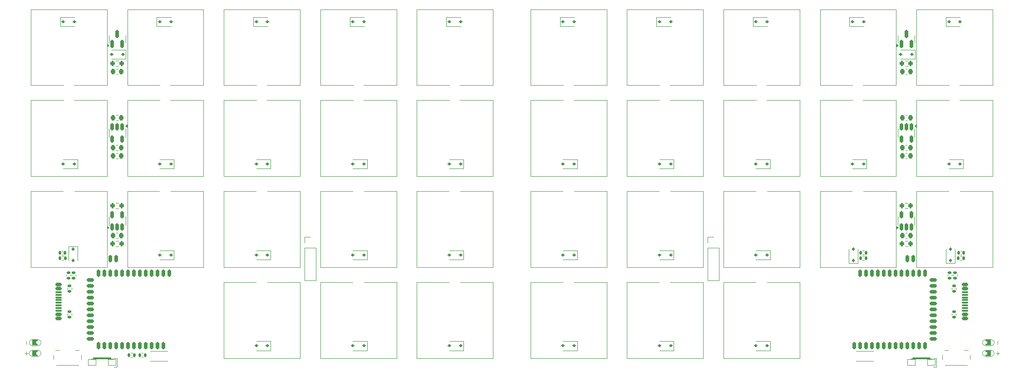
<source format=gbr>
%TF.GenerationSoftware,KiCad,Pcbnew,8.0.1*%
%TF.CreationDate,2024-03-30T18:05:25+05:00*%
%TF.ProjectId,pcb,7063622e-6b69-4636-9164-5f7063625858,rev?*%
%TF.SameCoordinates,Original*%
%TF.FileFunction,Legend,Top*%
%TF.FilePolarity,Positive*%
%FSLAX46Y46*%
G04 Gerber Fmt 4.6, Leading zero omitted, Abs format (unit mm)*
G04 Created by KiCad (PCBNEW 8.0.1) date 2024-03-30 18:05:25*
%MOMM*%
%LPD*%
G01*
G04 APERTURE LIST*
G04 Aperture macros list*
%AMRoundRect*
0 Rectangle with rounded corners*
0 $1 Rounding radius*
0 $2 $3 $4 $5 $6 $7 $8 $9 X,Y pos of 4 corners*
0 Add a 4 corners polygon primitive as box body*
4,1,4,$2,$3,$4,$5,$6,$7,$8,$9,$2,$3,0*
0 Add four circle primitives for the rounded corners*
1,1,$1+$1,$2,$3*
1,1,$1+$1,$4,$5*
1,1,$1+$1,$6,$7*
1,1,$1+$1,$8,$9*
0 Add four rect primitives between the rounded corners*
20,1,$1+$1,$2,$3,$4,$5,0*
20,1,$1+$1,$4,$5,$6,$7,0*
20,1,$1+$1,$6,$7,$8,$9,0*
20,1,$1+$1,$8,$9,$2,$3,0*%
G04 Aperture macros list end*
%ADD10C,0.125000*%
%ADD11C,0.120000*%
%ADD12C,0.100000*%
%ADD13C,0.300000*%
%ADD14C,1.900000*%
%ADD15C,3.050000*%
%ADD16C,3.450000*%
%ADD17RoundRect,0.200000X0.200000X0.275000X-0.200000X0.275000X-0.200000X-0.275000X0.200000X-0.275000X0*%
%ADD18RoundRect,0.112500X-0.187500X-0.112500X0.187500X-0.112500X0.187500X0.112500X-0.187500X0.112500X0*%
%ADD19RoundRect,0.225000X0.225000X0.250000X-0.225000X0.250000X-0.225000X-0.250000X0.225000X-0.250000X0*%
%ADD20RoundRect,0.135000X0.185000X-0.135000X0.185000X0.135000X-0.185000X0.135000X-0.185000X-0.135000X0*%
%ADD21RoundRect,0.112500X0.187500X0.112500X-0.187500X0.112500X-0.187500X-0.112500X0.187500X-0.112500X0*%
%ADD22O,2.219000X1.000000*%
%ADD23RoundRect,0.150000X-0.425000X0.150000X-0.425000X-0.150000X0.425000X-0.150000X0.425000X0.150000X0*%
%ADD24RoundRect,0.075000X-0.500000X0.075000X-0.500000X-0.075000X0.500000X-0.075000X0.500000X0.075000X0*%
%ADD25O,1.762000X1.000000*%
%ADD26C,0.800000*%
%ADD27RoundRect,0.150000X0.150000X-0.512500X0.150000X0.512500X-0.150000X0.512500X-0.150000X-0.512500X0*%
%ADD28RoundRect,0.135000X-0.185000X0.135000X-0.185000X-0.135000X0.185000X-0.135000X0.185000X0.135000X0*%
%ADD29R,1.350000X1.350000*%
%ADD30O,1.350000X1.350000*%
%ADD31RoundRect,0.135000X-0.135000X-0.185000X0.135000X-0.185000X0.135000X0.185000X-0.135000X0.185000X0*%
%ADD32RoundRect,0.150000X0.150000X-0.587500X0.150000X0.587500X-0.150000X0.587500X-0.150000X-0.587500X0*%
%ADD33RoundRect,0.175000X-0.175000X0.500000X-0.175000X-0.500000X0.175000X-0.500000X0.175000X0.500000X0*%
%ADD34RoundRect,0.175000X-0.500000X-0.175000X0.500000X-0.175000X0.500000X0.175000X-0.500000X0.175000X0*%
%ADD35RoundRect,0.175000X0.175000X-0.500000X0.175000X0.500000X-0.175000X0.500000X-0.175000X-0.500000X0*%
%ADD36R,0.800000X0.700000*%
%ADD37RoundRect,0.200000X-0.200000X-0.275000X0.200000X-0.275000X0.200000X0.275000X-0.200000X0.275000X0*%
%ADD38RoundRect,0.140000X0.140000X0.170000X-0.140000X0.170000X-0.140000X-0.170000X0.140000X-0.170000X0*%
%ADD39RoundRect,0.150000X0.425000X-0.150000X0.425000X0.150000X-0.425000X0.150000X-0.425000X-0.150000X0*%
%ADD40RoundRect,0.075000X0.500000X-0.075000X0.500000X0.075000X-0.500000X0.075000X-0.500000X-0.075000X0*%
%ADD41RoundRect,0.175000X0.500000X0.175000X-0.500000X0.175000X-0.500000X-0.175000X0.500000X-0.175000X0*%
%ADD42RoundRect,0.112500X-0.112500X0.187500X-0.112500X-0.187500X0.112500X-0.187500X0.112500X0.187500X0*%
%ADD43RoundRect,0.135000X0.135000X0.185000X-0.135000X0.185000X-0.135000X-0.185000X0.135000X-0.185000X0*%
%ADD44C,0.600000*%
%ADD45RoundRect,0.500000X0.500000X-0.000010X0.500000X0.000010X-0.500000X0.000010X-0.500000X-0.000010X0*%
%ADD46RoundRect,0.060000X0.740000X0.540000X-0.740000X0.540000X-0.740000X-0.540000X0.740000X-0.540000X0*%
%ADD47RoundRect,0.500000X-0.500000X0.000010X-0.500000X-0.000010X0.500000X-0.000010X0.500000X0.000010X0*%
%ADD48RoundRect,0.150000X-0.150000X0.512500X-0.150000X-0.512500X0.150000X-0.512500X0.150000X0.512500X0*%
%ADD49R,1.000000X0.800000*%
%ADD50C,0.900000*%
%ADD51R,0.700000X1.500000*%
%ADD52RoundRect,0.140000X-0.140000X-0.170000X0.140000X-0.170000X0.140000X0.170000X-0.140000X0.170000X0*%
%ADD53RoundRect,0.112500X0.112500X-0.187500X0.112500X0.187500X-0.112500X0.187500X-0.112500X-0.187500X0*%
G04 APERTURE END LIST*
D10*
X42058833Y-107504761D02*
X42058833Y-106895238D01*
X42363595Y-107199999D02*
X41754071Y-107199999D01*
X223258833Y-107504761D02*
X223258833Y-106895238D01*
X223563595Y-107199999D02*
X222954071Y-107199999D01*
X223258833Y-105504761D02*
X223258833Y-104895238D01*
X42058833Y-105504761D02*
X42058833Y-104895238D01*
D11*
%TO.C,SW26*%
X190100000Y-76900000D02*
X190100000Y-91100000D01*
X190100000Y-91100000D02*
X204300000Y-91100000D01*
X204300000Y-76900000D02*
X190100000Y-76900000D01*
X204300000Y-91100000D02*
X204300000Y-76900000D01*
%TO.C,SW2*%
X42900000Y-59900000D02*
X42900000Y-74100000D01*
X42900000Y-74100000D02*
X57100000Y-74100000D01*
X57100000Y-59900000D02*
X42900000Y-59900000D01*
X57100000Y-74100000D02*
X57100000Y-59900000D01*
%TO.C,SW10*%
X78900000Y-93900000D02*
X78900000Y-108100000D01*
X78900000Y-108100000D02*
X93100000Y-108100000D01*
X93100000Y-93900000D02*
X78900000Y-93900000D01*
X93100000Y-108100000D02*
X93100000Y-93900000D01*
%TO.C,SW14*%
X96900000Y-93900000D02*
X96900000Y-108100000D01*
X96900000Y-108100000D02*
X111100000Y-108100000D01*
X111100000Y-93900000D02*
X96900000Y-93900000D01*
X111100000Y-108100000D02*
X111100000Y-93900000D01*
%TO.C,R16*%
X206437258Y-52515000D02*
X205962742Y-52515000D01*
X206437258Y-53560000D02*
X205962742Y-53560000D01*
%TO.C,D24*%
X195589998Y-44350000D02*
X195589998Y-46050000D01*
X195589998Y-44350000D02*
X198249998Y-44350000D01*
X195589998Y-46050000D02*
X198249998Y-46050000D01*
%TO.C,C6*%
X59140580Y-84690000D02*
X58859420Y-84690000D01*
X59140580Y-85710000D02*
X58859420Y-85710000D01*
%TO.C,SW36*%
X136100000Y-59900000D02*
X136100000Y-74100000D01*
X136100000Y-74100000D02*
X150300000Y-74100000D01*
X150300000Y-59900000D02*
X136100000Y-59900000D01*
X150300000Y-74100000D02*
X150300000Y-59900000D01*
%TO.C,R14*%
X213920000Y-92753641D02*
X213920000Y-92446359D01*
X214680000Y-92753641D02*
X214680000Y-92446359D01*
%TO.C,SW15*%
X114900000Y-42900000D02*
X114900000Y-57100000D01*
X114900000Y-57100000D02*
X129100000Y-57100000D01*
X129100000Y-42900000D02*
X114900000Y-42900000D01*
X129100000Y-57100000D02*
X129100000Y-42900000D01*
%TO.C,D2*%
X51610000Y-70950000D02*
X48950000Y-70950000D01*
X51610000Y-72650000D02*
X48950000Y-72650000D01*
X51610000Y-72650000D02*
X51610000Y-70950000D01*
%TO.C,D30*%
X180810000Y-104950000D02*
X178150000Y-104950000D01*
X180810000Y-106650000D02*
X178150000Y-106650000D01*
X180810000Y-106650000D02*
X180810000Y-104950000D01*
%TO.C,SW9*%
X78900000Y-76900000D02*
X78900000Y-91100000D01*
X78900000Y-91100000D02*
X93100000Y-91100000D01*
X93100000Y-76900000D02*
X78900000Y-76900000D01*
X93100000Y-91100000D02*
X93100000Y-76900000D01*
%TO.C,U6*%
X204640000Y-82400000D02*
X204640000Y-81600000D01*
X204640000Y-82400000D02*
X204640000Y-83200000D01*
X207760000Y-82400000D02*
X207760000Y-81600000D01*
X207760000Y-82400000D02*
X207760000Y-83200000D01*
X204690000Y-83700000D02*
X204360000Y-83940000D01*
X204360000Y-83460000D01*
X204690000Y-83700000D01*
G36*
X204690000Y-83700000D02*
G01*
X204360000Y-83940000D01*
X204360000Y-83460000D01*
X204690000Y-83700000D01*
G37*
%TO.C,D31*%
X159589998Y-44350000D02*
X159589998Y-46050000D01*
X159589998Y-44350000D02*
X162249998Y-44350000D01*
X159589998Y-46050000D02*
X162249998Y-46050000D01*
%TO.C,D14*%
X105610000Y-104950000D02*
X102950000Y-104950000D01*
X105610000Y-106650000D02*
X102950000Y-106650000D01*
X105610000Y-106650000D02*
X105610000Y-104950000D01*
%TO.C,D11*%
X102390000Y-44350000D02*
X102390000Y-46050000D01*
X102390000Y-44350000D02*
X105050000Y-44350000D01*
X102390000Y-46050000D02*
X105050000Y-46050000D01*
%TO.C,C4*%
X59140580Y-68290000D02*
X58859420Y-68290000D01*
X59140580Y-69310000D02*
X58859420Y-69310000D01*
%TO.C,R3*%
X49720000Y-100053641D02*
X49720000Y-99746359D01*
X50480000Y-100053641D02*
X50480000Y-99746359D01*
%TO.C,R13*%
X214720000Y-94946359D02*
X214720000Y-95253641D01*
X215480000Y-94946359D02*
X215480000Y-95253641D01*
%TO.C,D22*%
X216810000Y-70950000D02*
X214150000Y-70950000D01*
X216810000Y-72650000D02*
X214150000Y-72650000D01*
X216810000Y-72650000D02*
X216810000Y-70950000D01*
%TO.C,SW27*%
X172099998Y-42900000D02*
X172099998Y-57100000D01*
X172099998Y-57100000D02*
X186299998Y-57100000D01*
X186299998Y-42900000D02*
X172099998Y-42900000D01*
X186299998Y-57100000D02*
X186299998Y-42900000D01*
%TO.C,SW18*%
X114900000Y-93900000D02*
X114900000Y-108100000D01*
X114900000Y-108100000D02*
X129100000Y-108100000D01*
X129100000Y-93900000D02*
X114900000Y-93900000D01*
X129100000Y-108100000D02*
X129100000Y-93900000D01*
%TO.C,R5*%
X50520000Y-92446359D02*
X50520000Y-92753641D01*
X51280000Y-92446359D02*
X51280000Y-92753641D01*
%TO.C,SW38*%
X136100000Y-93900000D02*
X136100000Y-108100000D01*
X136100000Y-108100000D02*
X150300000Y-108100000D01*
X150300000Y-93900000D02*
X136100000Y-93900000D01*
X150300000Y-108100000D02*
X150300000Y-93900000D01*
%TO.C,J2*%
X93940000Y-85440000D02*
X95000000Y-85440000D01*
X93940000Y-86500000D02*
X93940000Y-85440000D01*
X93940000Y-87500000D02*
X93940000Y-93560000D01*
X93940000Y-87500000D02*
X96060000Y-87500000D01*
X93940000Y-93560000D02*
X96060000Y-93560000D01*
X96060000Y-87500000D02*
X96060000Y-93560000D01*
%TO.C,R4*%
X49520000Y-92753641D02*
X49520000Y-92446359D01*
X50280000Y-92753641D02*
X50280000Y-92446359D01*
%TO.C,SW17*%
X114900000Y-76900000D02*
X114900000Y-91100000D01*
X114900000Y-91100000D02*
X129100000Y-91100000D01*
X129100000Y-76900000D02*
X114900000Y-76900000D01*
X129100000Y-91100000D02*
X129100000Y-76900000D01*
%TO.C,R10*%
X61546359Y-107120000D02*
X61853641Y-107120000D01*
X61546359Y-107880000D02*
X61853641Y-107880000D01*
%TO.C,C3*%
X59140580Y-62690000D02*
X58859420Y-62690000D01*
X59140580Y-63710000D02*
X58859420Y-63710000D01*
%TO.C,Q2*%
X204640000Y-48437500D02*
X204640000Y-47787500D01*
X204640000Y-48437500D02*
X204640000Y-49087500D01*
X207760000Y-48437500D02*
X207760000Y-47787500D01*
X207760000Y-48437500D02*
X207760000Y-49087500D01*
X204690000Y-49600000D02*
X204360000Y-49840000D01*
X204360000Y-49360000D01*
X204690000Y-49600000D01*
G36*
X204690000Y-49600000D02*
G01*
X204360000Y-49840000D01*
X204360000Y-49360000D01*
X204690000Y-49600000D01*
G37*
%TO.C,SW4*%
X60900000Y-42900000D02*
X60900000Y-57100000D01*
X60900000Y-57100000D02*
X75100000Y-57100000D01*
X75100000Y-42900000D02*
X60900000Y-42900000D01*
X75100000Y-57100000D02*
X75100000Y-42900000D01*
%TO.C,D13*%
X105610000Y-87950000D02*
X102950000Y-87950000D01*
X105610000Y-89650000D02*
X102950000Y-89650000D01*
X105610000Y-89650000D02*
X105610000Y-87950000D01*
%TO.C,D38*%
X144810000Y-104950000D02*
X142150000Y-104950000D01*
X144810000Y-106650000D02*
X142150000Y-106650000D01*
X144810000Y-106650000D02*
X144810000Y-104950000D01*
%TO.C,SW7*%
X78900000Y-42900000D02*
X78900000Y-57100000D01*
X78900000Y-57100000D02*
X93100000Y-57100000D01*
X93100000Y-42900000D02*
X78900000Y-42900000D01*
X93100000Y-57100000D02*
X93100000Y-42900000D01*
%TO.C,SW20*%
X65200000Y-108600000D02*
X68400000Y-108600000D01*
X68400000Y-106800000D02*
X65200000Y-106800000D01*
%TO.C,D25*%
X198810000Y-70950000D02*
X196150000Y-70950000D01*
X198810000Y-72650000D02*
X196150000Y-72650000D01*
X198810000Y-72650000D02*
X198810000Y-70950000D01*
%TO.C,C11*%
X206340580Y-69790000D02*
X206059420Y-69790000D01*
X206340580Y-70810000D02*
X206059420Y-70810000D01*
%TO.C,SW23*%
X208100000Y-76900000D02*
X208100000Y-91100000D01*
X208100000Y-91100000D02*
X222300000Y-91100000D01*
X222300000Y-76900000D02*
X208100000Y-76900000D01*
X222300000Y-91100000D02*
X222300000Y-76900000D01*
%TO.C,D9*%
X87610000Y-87950000D02*
X84950000Y-87950000D01*
X87610000Y-89650000D02*
X84950000Y-89650000D01*
X87610000Y-89650000D02*
X87610000Y-87950000D01*
%TO.C,D7*%
X84390000Y-44350000D02*
X84390000Y-46050000D01*
X84390000Y-44350000D02*
X87050000Y-44350000D01*
X84390000Y-46050000D02*
X87050000Y-46050000D01*
%TO.C,SW16*%
X114900000Y-59900000D02*
X114900000Y-74100000D01*
X114900000Y-74100000D02*
X129100000Y-74100000D01*
X129100000Y-59900000D02*
X114900000Y-59900000D01*
X129100000Y-74100000D02*
X129100000Y-59900000D01*
%TO.C,D27*%
X177589998Y-44350000D02*
X177589998Y-46050000D01*
X177589998Y-44350000D02*
X180249998Y-44350000D01*
X177589998Y-46050000D02*
X180249998Y-46050000D01*
%TO.C,D6*%
X69610000Y-87950000D02*
X66950000Y-87950000D01*
X69610000Y-89650000D02*
X66950000Y-89650000D01*
X69610000Y-89650000D02*
X69610000Y-87950000D01*
%TO.C,C2*%
X59140580Y-54027500D02*
X58859420Y-54027500D01*
X59140580Y-55047500D02*
X58859420Y-55047500D01*
%TO.C,SW12*%
X96900000Y-59900000D02*
X96900000Y-74100000D01*
X96900000Y-74100000D02*
X111100000Y-74100000D01*
X111100000Y-59900000D02*
X96900000Y-59900000D01*
X111100000Y-74100000D02*
X111100000Y-59900000D01*
%TO.C,SW34*%
X154100000Y-93900000D02*
X154100000Y-108100000D01*
X154100000Y-108100000D02*
X168300000Y-108100000D01*
X168300000Y-93900000D02*
X154100000Y-93900000D01*
X168300000Y-108100000D02*
X168300000Y-93900000D01*
%TO.C,SW35*%
X136099998Y-42900000D02*
X136099998Y-57100000D01*
X136099998Y-57100000D02*
X150299998Y-57100000D01*
X150299998Y-42900000D02*
X136099998Y-42900000D01*
X150299998Y-57100000D02*
X150299998Y-42900000D01*
%TO.C,SW6*%
X60900000Y-76900000D02*
X60900000Y-91100000D01*
X60900000Y-91100000D02*
X75100000Y-91100000D01*
X75100000Y-76900000D02*
X60900000Y-76900000D01*
X75100000Y-91100000D02*
X75100000Y-76900000D01*
%TO.C,D34*%
X162810000Y-104950000D02*
X160150000Y-104950000D01*
X162810000Y-106650000D02*
X160150000Y-106650000D01*
X162810000Y-106650000D02*
X162810000Y-104950000D01*
%TO.C,J4*%
X169140000Y-85440000D02*
X170200000Y-85440000D01*
X169140000Y-86500000D02*
X169140000Y-85440000D01*
X169140000Y-87500000D02*
X169140000Y-93560000D01*
X169140000Y-87500000D02*
X171260000Y-87500000D01*
X169140000Y-93560000D02*
X171260000Y-93560000D01*
X171260000Y-87500000D02*
X171260000Y-93560000D01*
%TO.C,R7*%
X58762742Y-79077500D02*
X59237258Y-79077500D01*
X58762742Y-80122500D02*
X59237258Y-80122500D01*
%TO.C,C5*%
X59140580Y-69790000D02*
X58859420Y-69790000D01*
X59140580Y-70810000D02*
X58859420Y-70810000D01*
%TO.C,C7*%
X216507836Y-88040000D02*
X216292164Y-88040000D01*
X216507836Y-88760000D02*
X216292164Y-88760000D01*
%TO.C,SW37*%
X136100000Y-76900000D02*
X136100000Y-91100000D01*
X136100000Y-91100000D02*
X150300000Y-91100000D01*
X150300000Y-76900000D02*
X136100000Y-76900000D01*
X150300000Y-91100000D02*
X150300000Y-76900000D01*
%TO.C,D4*%
X66390000Y-44350000D02*
X66390000Y-46050000D01*
X66390000Y-44350000D02*
X69050000Y-44350000D01*
X66390000Y-46050000D02*
X69050000Y-46050000D01*
%TO.C,D10*%
X87610000Y-104950000D02*
X84950000Y-104950000D01*
X87610000Y-106650000D02*
X84950000Y-106650000D01*
X87610000Y-106650000D02*
X87610000Y-104950000D01*
%TO.C,D17*%
X123610000Y-87950000D02*
X120950000Y-87950000D01*
X123610000Y-89650000D02*
X120950000Y-89650000D01*
X123610000Y-89650000D02*
X123610000Y-87950000D01*
%TO.C,SW28*%
X172100000Y-59900000D02*
X172100000Y-74100000D01*
X172100000Y-74100000D02*
X186300000Y-74100000D01*
X186300000Y-59900000D02*
X172100000Y-59900000D01*
X186300000Y-74100000D02*
X186300000Y-59900000D01*
%TO.C,SW30*%
X172100000Y-93900000D02*
X172100000Y-108100000D01*
X172100000Y-108100000D02*
X186300000Y-108100000D01*
X186300000Y-93900000D02*
X172100000Y-93900000D01*
X186300000Y-108100000D02*
X186300000Y-93900000D01*
%TO.C,SW25*%
X190100000Y-59900000D02*
X190100000Y-74100000D01*
X190100000Y-74100000D02*
X204300000Y-74100000D01*
X204300000Y-59900000D02*
X190100000Y-59900000D01*
X204300000Y-74100000D02*
X204300000Y-59900000D01*
%TO.C,D33*%
X162810000Y-87950000D02*
X160150000Y-87950000D01*
X162810000Y-89650000D02*
X160150000Y-89650000D01*
X162810000Y-89650000D02*
X162810000Y-87950000D01*
%TO.C,D5*%
X69610000Y-70950000D02*
X66950000Y-70950000D01*
X69610000Y-72650000D02*
X66950000Y-72650000D01*
X69610000Y-72650000D02*
X69610000Y-70950000D01*
%TO.C,D3*%
X49950000Y-87190000D02*
X49950000Y-89850000D01*
X51650000Y-87190000D02*
X49950000Y-87190000D01*
X51650000Y-87190000D02*
X51650000Y-89850000D01*
%TO.C,C12*%
X206340580Y-84690000D02*
X206059420Y-84690000D01*
X206340580Y-85710000D02*
X206059420Y-85710000D01*
%TO.C,SW40*%
X196800000Y-108600000D02*
X200000000Y-108600000D01*
X200000000Y-106800000D02*
X196800000Y-106800000D01*
%TO.C,D18*%
X123610000Y-104950000D02*
X120950000Y-104950000D01*
X123610000Y-106650000D02*
X120950000Y-106650000D01*
X123610000Y-106650000D02*
X123610000Y-104950000D01*
%TO.C,R11*%
X216553641Y-89020000D02*
X216246359Y-89020000D01*
X216553641Y-89780000D02*
X216246359Y-89780000D01*
D12*
%TO.C,H2*%
X43200000Y-106600000D02*
X44200000Y-106600000D01*
X43200000Y-107800000D02*
X44200000Y-107800000D01*
X43200000Y-107800000D02*
G75*
G02*
X43200000Y-106600000I0J600000D01*
G01*
X44200000Y-106600000D02*
G75*
G02*
X44200000Y-107800000I0J-600000D01*
G01*
D11*
%TO.C,D1*%
X48390000Y-44350000D02*
X48390000Y-46050000D01*
X48390000Y-44350000D02*
X51050000Y-44350000D01*
X48390000Y-46050000D02*
X51050000Y-46050000D01*
D12*
%TO.C,D20*%
X54200000Y-108200000D02*
X58200000Y-108200000D01*
D13*
X54700000Y-108100000D02*
X57700000Y-108100000D01*
D11*
X58400000Y-109700000D02*
X59000000Y-109700000D01*
X59000000Y-108100000D02*
X58400000Y-108100000D01*
X59000000Y-109700000D02*
X59000000Y-108100000D01*
%TO.C,R1*%
X48646359Y-89020000D02*
X48953641Y-89020000D01*
X48646359Y-89780000D02*
X48953641Y-89780000D01*
%TO.C,D8*%
X87610000Y-70950000D02*
X84950000Y-70950000D01*
X87610000Y-72650000D02*
X84950000Y-72650000D01*
X87610000Y-72650000D02*
X87610000Y-70950000D01*
%TO.C,SW29*%
X172100000Y-76900000D02*
X172100000Y-91100000D01*
X172100000Y-91100000D02*
X186300000Y-91100000D01*
X186300000Y-76900000D02*
X172100000Y-76900000D01*
X186300000Y-91100000D02*
X186300000Y-76900000D01*
%TO.C,D35*%
X141589998Y-44350000D02*
X141589998Y-46050000D01*
X141589998Y-44350000D02*
X144249998Y-44350000D01*
X141589998Y-46050000D02*
X144249998Y-46050000D01*
%TO.C,R2*%
X49720000Y-95253641D02*
X49720000Y-94946359D01*
X50480000Y-95253641D02*
X50480000Y-94946359D01*
%TO.C,R15*%
X214920000Y-92446359D02*
X214920000Y-92753641D01*
X215680000Y-92446359D02*
X215680000Y-92753641D01*
%TO.C,C9*%
X206340580Y-62690000D02*
X206059420Y-62690000D01*
X206340580Y-63710000D02*
X206059420Y-63710000D01*
%TO.C,R12*%
X214720000Y-99746359D02*
X214720000Y-100053641D01*
X215480000Y-99746359D02*
X215480000Y-100053641D01*
D12*
%TO.C,D40*%
X207000000Y-108200000D02*
X211000000Y-108200000D01*
D13*
X207500000Y-108100000D02*
X210500000Y-108100000D01*
D11*
X211200000Y-109700000D02*
X211800000Y-109700000D01*
X211800000Y-108100000D02*
X211200000Y-108100000D01*
X211800000Y-109700000D02*
X211800000Y-108100000D01*
%TO.C,C10*%
X206340580Y-68290000D02*
X206059420Y-68290000D01*
X206340580Y-69310000D02*
X206059420Y-69310000D01*
%TO.C,SW1*%
X42900000Y-42900000D02*
X42900000Y-57100000D01*
X42900000Y-57100000D02*
X57100000Y-57100000D01*
X57100000Y-42900000D02*
X42900000Y-42900000D01*
X57100000Y-57100000D02*
X57100000Y-42900000D01*
%TO.C,D12*%
X105610000Y-70950000D02*
X102950000Y-70950000D01*
X105610000Y-72650000D02*
X102950000Y-72650000D01*
X105610000Y-72650000D02*
X105610000Y-70950000D01*
%TO.C,SW11*%
X96900000Y-42900000D02*
X96900000Y-57100000D01*
X96900000Y-57100000D02*
X111100000Y-57100000D01*
X111100000Y-42900000D02*
X96900000Y-42900000D01*
X111100000Y-57100000D02*
X111100000Y-42900000D01*
D12*
%TO.C,H4*%
X222000000Y-106600000D02*
X221000000Y-106600000D01*
X222000000Y-107800000D02*
X221000000Y-107800000D01*
X221000000Y-107800000D02*
G75*
G02*
X221000000Y-106600000I0J600000D01*
G01*
X222000000Y-106600000D02*
G75*
G02*
X222000000Y-107800000I0J-600000D01*
G01*
D11*
%TO.C,D28*%
X180810000Y-70950000D02*
X178150000Y-70950000D01*
X180810000Y-72650000D02*
X178150000Y-72650000D01*
X180810000Y-72650000D02*
X180810000Y-70950000D01*
%TO.C,D21*%
X213589998Y-44350000D02*
X213589998Y-46050000D01*
X213589998Y-44350000D02*
X216249998Y-44350000D01*
X213589998Y-46050000D02*
X216249998Y-46050000D01*
%TO.C,U5*%
X204640000Y-66000000D02*
X204640000Y-65200000D01*
X204640000Y-66000000D02*
X204640000Y-66800000D01*
X207760000Y-66000000D02*
X207760000Y-65200000D01*
X207760000Y-66000000D02*
X207760000Y-66800000D01*
X208040000Y-64940000D02*
X207710000Y-64700000D01*
X208040000Y-64460000D01*
X208040000Y-64940000D01*
G36*
X208040000Y-64940000D02*
G01*
X207710000Y-64700000D01*
X208040000Y-64460000D01*
X208040000Y-64940000D01*
G37*
%TO.C,Q1*%
X57440000Y-48437500D02*
X57440000Y-47787500D01*
X57440000Y-48437500D02*
X57440000Y-49087500D01*
X60560000Y-48437500D02*
X60560000Y-47787500D01*
X60560000Y-48437500D02*
X60560000Y-49087500D01*
X57490000Y-49600000D02*
X57160000Y-49840000D01*
X57160000Y-49360000D01*
X57490000Y-49600000D01*
G36*
X57490000Y-49600000D02*
G01*
X57160000Y-49840000D01*
X57160000Y-49360000D01*
X57490000Y-49600000D01*
G37*
%TO.C,D19*%
X60610000Y-50487500D02*
X57950000Y-50487500D01*
X60610000Y-52187500D02*
X57950000Y-52187500D01*
X60610000Y-52187500D02*
X60610000Y-50487500D01*
%TO.C,D39*%
X207810000Y-50487500D02*
X205150000Y-50487500D01*
X207810000Y-52187500D02*
X205150000Y-52187500D01*
X207810000Y-52187500D02*
X207810000Y-50487500D01*
%TO.C,SW5*%
X60900000Y-59900000D02*
X60900000Y-74100000D01*
X60900000Y-74100000D02*
X75100000Y-74100000D01*
X75100000Y-59900000D02*
X60900000Y-59900000D01*
X75100000Y-74100000D02*
X75100000Y-59900000D01*
%TO.C,SW33*%
X154100000Y-76900000D02*
X154100000Y-91100000D01*
X154100000Y-91100000D02*
X168300000Y-91100000D01*
X168300000Y-76900000D02*
X154100000Y-76900000D01*
X168300000Y-91100000D02*
X168300000Y-76900000D01*
%TO.C,R8*%
X58762742Y-86177500D02*
X59237258Y-86177500D01*
X58762742Y-87222500D02*
X59237258Y-87222500D01*
%TO.C,U2*%
X57440000Y-82400000D02*
X57440000Y-81600000D01*
X57440000Y-82400000D02*
X57440000Y-83200000D01*
X60560000Y-82400000D02*
X60560000Y-81600000D01*
X60560000Y-82400000D02*
X60560000Y-83200000D01*
X57490000Y-83700000D02*
X57160000Y-83940000D01*
X57160000Y-83460000D01*
X57490000Y-83700000D01*
G36*
X57490000Y-83700000D02*
G01*
X57160000Y-83940000D01*
X57160000Y-83460000D01*
X57490000Y-83700000D01*
G37*
%TO.C,R6*%
X59237258Y-52515000D02*
X58762742Y-52515000D01*
X59237258Y-53560000D02*
X58762742Y-53560000D01*
%TO.C,R17*%
X205962742Y-79077500D02*
X206437258Y-79077500D01*
X205962742Y-80122500D02*
X206437258Y-80122500D01*
%TO.C,SW19*%
X47100000Y-107500000D02*
X47100000Y-108300000D01*
X47500000Y-106600000D02*
X48200000Y-106600000D01*
X47600000Y-109380000D02*
X51800000Y-109380000D01*
X51200000Y-106600000D02*
X51900000Y-106600000D01*
X52300000Y-108300000D02*
X52300000Y-107500000D01*
%TO.C,D15*%
X120390000Y-44350000D02*
X120390000Y-46050000D01*
X120390000Y-44350000D02*
X123050000Y-44350000D01*
X120390000Y-46050000D02*
X123050000Y-46050000D01*
%TO.C,D37*%
X144810000Y-87950000D02*
X142150000Y-87950000D01*
X144810000Y-89650000D02*
X142150000Y-89650000D01*
X144810000Y-89650000D02*
X144810000Y-87950000D01*
%TO.C,R20*%
X198353641Y-89020000D02*
X198046359Y-89020000D01*
X198353641Y-89780000D02*
X198046359Y-89780000D01*
D12*
%TO.C,H3*%
X222000000Y-104600000D02*
X221000000Y-104600000D01*
X222000000Y-105800000D02*
X221000000Y-105800000D01*
X221000000Y-105800000D02*
G75*
G02*
X221000000Y-104600000I0J600000D01*
G01*
X222000000Y-104600000D02*
G75*
G02*
X222000000Y-105800000I0J-600000D01*
G01*
D11*
%TO.C,SW24*%
X190099998Y-42900000D02*
X190099998Y-57100000D01*
X190099998Y-57100000D02*
X204299998Y-57100000D01*
X204299998Y-42900000D02*
X190099998Y-42900000D01*
X204299998Y-57100000D02*
X204299998Y-42900000D01*
%TO.C,C1*%
X48692164Y-88040000D02*
X48907836Y-88040000D01*
X48692164Y-88760000D02*
X48907836Y-88760000D01*
%TO.C,D16*%
X123610000Y-70950000D02*
X120950000Y-70950000D01*
X123610000Y-72650000D02*
X120950000Y-72650000D01*
X123610000Y-72650000D02*
X123610000Y-70950000D01*
%TO.C,SW32*%
X154100000Y-59900000D02*
X154100000Y-74100000D01*
X154100000Y-74100000D02*
X168300000Y-74100000D01*
X168300000Y-59900000D02*
X154100000Y-59900000D01*
X168300000Y-74100000D02*
X168300000Y-59900000D01*
%TO.C,R18*%
X205962742Y-86177500D02*
X206437258Y-86177500D01*
X205962742Y-87222500D02*
X206437258Y-87222500D01*
%TO.C,R19*%
X198046359Y-88020000D02*
X198353641Y-88020000D01*
X198046359Y-88780000D02*
X198353641Y-88780000D01*
%TO.C,SW3*%
X42900000Y-76900000D02*
X42900000Y-91100000D01*
X42900000Y-91100000D02*
X57100000Y-91100000D01*
X57100000Y-76900000D02*
X42900000Y-76900000D01*
X57100000Y-91100000D02*
X57100000Y-76900000D01*
%TO.C,D23*%
X213550000Y-90365000D02*
X213550000Y-87705000D01*
X213550000Y-90365000D02*
X215250000Y-90365000D01*
X215250000Y-90365000D02*
X215250000Y-87705000D01*
%TO.C,D32*%
X162810000Y-70950000D02*
X160150000Y-70950000D01*
X162810000Y-72650000D02*
X160150000Y-72650000D01*
X162810000Y-72650000D02*
X162810000Y-70950000D01*
%TO.C,SW39*%
X212900000Y-107500000D02*
X212900000Y-108300000D01*
X213300000Y-106600000D02*
X214000000Y-106600000D01*
X213400000Y-109380000D02*
X217600000Y-109380000D01*
X217000000Y-106600000D02*
X217700000Y-106600000D01*
X218100000Y-108300000D02*
X218100000Y-107500000D01*
%TO.C,SW8*%
X78900000Y-59900000D02*
X78900000Y-74100000D01*
X78900000Y-74100000D02*
X93100000Y-74100000D01*
X93100000Y-59900000D02*
X78900000Y-59900000D01*
X93100000Y-74100000D02*
X93100000Y-59900000D01*
%TO.C,D36*%
X144810000Y-70950000D02*
X142150000Y-70950000D01*
X144810000Y-72650000D02*
X142150000Y-72650000D01*
X144810000Y-72650000D02*
X144810000Y-70950000D01*
%TO.C,D29*%
X180810000Y-87950000D02*
X178150000Y-87950000D01*
X180810000Y-89650000D02*
X178150000Y-89650000D01*
X180810000Y-89650000D02*
X180810000Y-87950000D01*
%TO.C,U3*%
X57440000Y-66000000D02*
X57440000Y-65200000D01*
X57440000Y-66000000D02*
X57440000Y-66800000D01*
X60560000Y-66000000D02*
X60560000Y-65200000D01*
X60560000Y-66000000D02*
X60560000Y-66800000D01*
X60840000Y-64940000D02*
X60510000Y-64700000D01*
X60840000Y-64460000D01*
X60840000Y-64940000D01*
G36*
X60840000Y-64940000D02*
G01*
X60510000Y-64700000D01*
X60840000Y-64460000D01*
X60840000Y-64940000D01*
G37*
D12*
%TO.C,H1*%
X43200000Y-104600000D02*
X44200000Y-104600000D01*
X43200000Y-105800000D02*
X44200000Y-105800000D01*
X43200000Y-105800000D02*
G75*
G02*
X43200000Y-104600000I0J600000D01*
G01*
X44200000Y-104600000D02*
G75*
G02*
X44200000Y-105800000I0J-600000D01*
G01*
D11*
%TO.C,R9*%
X63546359Y-107120000D02*
X63853641Y-107120000D01*
X63546359Y-107880000D02*
X63853641Y-107880000D01*
%TO.C,C8*%
X206340580Y-54027500D02*
X206059420Y-54027500D01*
X206340580Y-55047500D02*
X206059420Y-55047500D01*
%TO.C,SW22*%
X208100000Y-59900000D02*
X208100000Y-74100000D01*
X208100000Y-74100000D02*
X222300000Y-74100000D01*
X222300000Y-59900000D02*
X208100000Y-59900000D01*
X222300000Y-74100000D02*
X222300000Y-59900000D01*
%TO.C,D26*%
X195450000Y-90365000D02*
X195450000Y-87705000D01*
X195450000Y-90365000D02*
X197150000Y-90365000D01*
X197150000Y-90365000D02*
X197150000Y-87705000D01*
%TO.C,SW21*%
X208099998Y-42900000D02*
X208099998Y-57100000D01*
X208099998Y-57100000D02*
X222299998Y-57100000D01*
X222299998Y-42900000D02*
X208099998Y-42900000D01*
X222299998Y-57100000D02*
X222299998Y-42900000D01*
%TO.C,SW13*%
X96900000Y-76900000D02*
X96900000Y-91100000D01*
X96900000Y-91100000D02*
X111100000Y-91100000D01*
X111100000Y-76900000D02*
X96900000Y-76900000D01*
X111100000Y-91100000D02*
X111100000Y-76900000D01*
%TO.C,SW31*%
X154099998Y-42900000D02*
X154099998Y-57100000D01*
X154099998Y-57100000D02*
X168299998Y-57100000D01*
X168299998Y-42900000D02*
X154099998Y-42900000D01*
X168299998Y-57100000D02*
X168299998Y-42900000D01*
%TD*%
%LPC*%
D14*
%TO.C,SW26*%
X191700000Y-84000000D03*
D15*
X197200000Y-78100000D03*
D16*
X197200000Y-84000000D03*
D15*
X202200000Y-80200000D03*
D14*
X202700000Y-84000000D03*
%TD*%
%TO.C,SW2*%
X44500000Y-67000000D03*
D15*
X50000000Y-61100000D03*
D16*
X50000000Y-67000000D03*
D15*
X55000000Y-63200000D03*
D14*
X55500000Y-67000000D03*
%TD*%
%TO.C,SW10*%
X80500000Y-101000000D03*
D15*
X86000000Y-95100000D03*
D16*
X86000000Y-101000000D03*
D15*
X91000000Y-97200000D03*
D14*
X91500000Y-101000000D03*
%TD*%
%TO.C,SW14*%
X98500000Y-101000000D03*
D15*
X104000000Y-95100000D03*
D16*
X104000000Y-101000000D03*
D15*
X109000000Y-97200000D03*
D14*
X109500000Y-101000000D03*
%TD*%
D17*
%TO.C,R16*%
X207025000Y-53037500D03*
X205375000Y-53037500D03*
%TD*%
D18*
%TO.C,D24*%
X196149998Y-45200000D03*
X198249998Y-45200000D03*
%TD*%
D19*
%TO.C,C6*%
X59775000Y-85200000D03*
X58225000Y-85200000D03*
%TD*%
D14*
%TO.C,SW36*%
X137700000Y-67000000D03*
D15*
X143200000Y-61100000D03*
D16*
X143200000Y-67000000D03*
D15*
X148200000Y-63200000D03*
D14*
X148700000Y-67000000D03*
%TD*%
D20*
%TO.C,R14*%
X214300000Y-93110000D03*
X214300000Y-92090000D03*
%TD*%
D14*
%TO.C,SW15*%
X127500000Y-50000000D03*
D15*
X122000000Y-55900000D03*
D16*
X122000000Y-50000000D03*
D15*
X117000000Y-53800000D03*
D14*
X116500000Y-50000000D03*
%TD*%
D21*
%TO.C,D2*%
X51050000Y-71800000D03*
X48950000Y-71800000D03*
%TD*%
D22*
%TO.C,J1*%
X43057400Y-103075300D03*
X43070100Y-91924700D03*
D23*
X48100000Y-94300000D03*
X48100000Y-95100000D03*
D24*
X48100000Y-96250000D03*
X48100000Y-97250000D03*
X48100000Y-97750000D03*
X48100000Y-98750000D03*
D23*
X48100000Y-99900000D03*
X48100000Y-100700000D03*
X48100000Y-100700000D03*
X48100000Y-99900000D03*
D24*
X48100000Y-99250000D03*
X48100000Y-98250000D03*
X48100000Y-96750000D03*
X48100000Y-95750000D03*
D23*
X48100000Y-95100000D03*
X48100000Y-94300000D03*
D25*
X47096000Y-103075400D03*
X47096000Y-91924700D03*
%TD*%
D21*
%TO.C,D30*%
X180250000Y-105800000D03*
X178150000Y-105800000D03*
%TD*%
D26*
%TO.C,P2*%
X131400000Y-51431400D03*
X133800000Y-51431400D03*
X131400000Y-50240700D03*
X133800000Y-50240700D03*
X131400000Y-49050000D03*
X133800000Y-49050000D03*
X131400000Y-47859300D03*
X133800000Y-47859300D03*
X131400000Y-46668600D03*
X133800000Y-46668600D03*
%TD*%
D14*
%TO.C,SW9*%
X80500000Y-84000000D03*
D15*
X86000000Y-78100000D03*
D16*
X86000000Y-84000000D03*
D15*
X91000000Y-80200000D03*
D14*
X91500000Y-84000000D03*
%TD*%
D27*
%TO.C,U6*%
X205250000Y-83537500D03*
X206200000Y-83537500D03*
X207150000Y-83537500D03*
X207150000Y-81262500D03*
X205250000Y-81262500D03*
%TD*%
D18*
%TO.C,D31*%
X160149998Y-45200000D03*
X162249998Y-45200000D03*
%TD*%
D21*
%TO.C,D14*%
X105050000Y-105800000D03*
X102950000Y-105800000D03*
%TD*%
D18*
%TO.C,D11*%
X102950000Y-45200000D03*
X105050000Y-45200000D03*
%TD*%
D19*
%TO.C,C4*%
X59775000Y-68800000D03*
X58225000Y-68800000D03*
%TD*%
D20*
%TO.C,R3*%
X50100000Y-100410000D03*
X50100000Y-99390000D03*
%TD*%
D28*
%TO.C,R13*%
X215100000Y-94590000D03*
X215100000Y-95610000D03*
%TD*%
D21*
%TO.C,D22*%
X216250000Y-71800000D03*
X214150000Y-71800000D03*
%TD*%
D14*
%TO.C,SW27*%
X184699998Y-50000000D03*
D15*
X179199998Y-55900000D03*
D16*
X179199998Y-50000000D03*
D15*
X174199998Y-53800000D03*
D14*
X173699998Y-50000000D03*
%TD*%
%TO.C,SW18*%
X116500000Y-101000000D03*
D15*
X122000000Y-95100000D03*
D16*
X122000000Y-101000000D03*
D15*
X127000000Y-97200000D03*
D14*
X127500000Y-101000000D03*
%TD*%
D28*
%TO.C,R5*%
X50900000Y-92090000D03*
X50900000Y-93110000D03*
%TD*%
D14*
%TO.C,SW38*%
X137700000Y-101000000D03*
D15*
X143200000Y-95100000D03*
D16*
X143200000Y-101000000D03*
D15*
X148200000Y-97200000D03*
D14*
X148700000Y-101000000D03*
%TD*%
D29*
%TO.C,J2*%
X95000000Y-86500000D03*
D30*
X95000000Y-88500000D03*
X95000000Y-90500000D03*
X95000000Y-92500000D03*
%TD*%
D20*
%TO.C,R4*%
X49900000Y-93110000D03*
X49900000Y-92090000D03*
%TD*%
D14*
%TO.C,SW17*%
X116500000Y-84000000D03*
D15*
X122000000Y-78100000D03*
D16*
X122000000Y-84000000D03*
D15*
X127000000Y-80200000D03*
D14*
X127500000Y-84000000D03*
%TD*%
D31*
%TO.C,R10*%
X61190000Y-107500000D03*
X62210000Y-107500000D03*
%TD*%
D19*
%TO.C,C3*%
X59775000Y-63200000D03*
X58225000Y-63200000D03*
%TD*%
D32*
%TO.C,Q2*%
X205250000Y-49375000D03*
X207150000Y-49375000D03*
X206200000Y-47500000D03*
%TD*%
D14*
%TO.C,SW4*%
X73500000Y-50000000D03*
D15*
X68000000Y-55900000D03*
D16*
X68000000Y-50000000D03*
D15*
X63000000Y-53800000D03*
D14*
X62500000Y-50000000D03*
%TD*%
D33*
%TO.C,U1*%
X68700000Y-92250000D03*
X67600000Y-92250000D03*
X66500000Y-92250000D03*
X65400000Y-92250000D03*
X64300000Y-92250000D03*
X63200000Y-92250000D03*
X62100000Y-92250000D03*
X61000000Y-92250000D03*
X59900000Y-92250000D03*
X58800000Y-92250000D03*
X57700000Y-92250000D03*
X56600000Y-92250000D03*
X55500000Y-92250000D03*
D34*
X54000000Y-93500000D03*
X54000000Y-94600000D03*
X54000000Y-95700000D03*
X54000000Y-96800000D03*
X54000000Y-97900000D03*
X54000000Y-99000000D03*
X54000000Y-100100000D03*
X54000000Y-101200000D03*
X54000000Y-102300000D03*
X54000000Y-103400000D03*
X54000000Y-104500000D03*
D35*
X55500000Y-105750000D03*
X56600000Y-105750000D03*
X57700000Y-105750000D03*
X58800000Y-105750000D03*
X59900000Y-105750000D03*
X61000000Y-105750000D03*
X62100000Y-105750000D03*
X63200000Y-105750000D03*
X64300000Y-105750000D03*
X65400000Y-105750000D03*
X66500000Y-105750000D03*
X67600000Y-105750000D03*
X57700000Y-89500000D03*
X58800000Y-89500000D03*
%TD*%
D21*
%TO.C,D13*%
X105050000Y-88800000D03*
X102950000Y-88800000D03*
%TD*%
%TO.C,D38*%
X144250000Y-105800000D03*
X142150000Y-105800000D03*
%TD*%
D14*
%TO.C,SW7*%
X91500000Y-50000000D03*
D15*
X86000000Y-55900000D03*
D16*
X86000000Y-50000000D03*
D15*
X81000000Y-53800000D03*
D14*
X80500000Y-50000000D03*
%TD*%
D36*
%TO.C,SW20*%
X65400000Y-108150000D03*
X65400000Y-107250000D03*
X68200000Y-108150000D03*
X68200000Y-107250000D03*
%TD*%
D21*
%TO.C,D25*%
X198250000Y-71800000D03*
X196150000Y-71800000D03*
%TD*%
D19*
%TO.C,C11*%
X206975000Y-70300000D03*
X205425000Y-70300000D03*
%TD*%
D14*
%TO.C,SW23*%
X209700000Y-84000000D03*
D15*
X215200000Y-78100000D03*
D16*
X215200000Y-84000000D03*
D15*
X220200000Y-80200000D03*
D14*
X220700000Y-84000000D03*
%TD*%
D21*
%TO.C,D9*%
X87050000Y-88800000D03*
X84950000Y-88800000D03*
%TD*%
D18*
%TO.C,D7*%
X84950000Y-45200000D03*
X87050000Y-45200000D03*
%TD*%
D14*
%TO.C,SW16*%
X116500000Y-67000000D03*
D15*
X122000000Y-61100000D03*
D16*
X122000000Y-67000000D03*
D15*
X127000000Y-63200000D03*
D14*
X127500000Y-67000000D03*
%TD*%
D18*
%TO.C,D27*%
X178149998Y-45200000D03*
X180249998Y-45200000D03*
%TD*%
D21*
%TO.C,D6*%
X69050000Y-88800000D03*
X66950000Y-88800000D03*
%TD*%
D19*
%TO.C,C2*%
X59775000Y-54537500D03*
X58225000Y-54537500D03*
%TD*%
D14*
%TO.C,SW12*%
X98500000Y-67000000D03*
D15*
X104000000Y-61100000D03*
D16*
X104000000Y-67000000D03*
D15*
X109000000Y-63200000D03*
D14*
X109500000Y-67000000D03*
%TD*%
%TO.C,SW34*%
X155700000Y-101000000D03*
D15*
X161200000Y-95100000D03*
D16*
X161200000Y-101000000D03*
D15*
X166200000Y-97200000D03*
D14*
X166700000Y-101000000D03*
%TD*%
%TO.C,SW35*%
X148699998Y-50000000D03*
D15*
X143199998Y-55900000D03*
D16*
X143199998Y-50000000D03*
D15*
X138199998Y-53800000D03*
D14*
X137699998Y-50000000D03*
%TD*%
%TO.C,SW6*%
X62500000Y-84000000D03*
D15*
X68000000Y-78100000D03*
D16*
X68000000Y-84000000D03*
D15*
X73000000Y-80200000D03*
D14*
X73500000Y-84000000D03*
%TD*%
D21*
%TO.C,D34*%
X162250000Y-105800000D03*
X160150000Y-105800000D03*
%TD*%
D29*
%TO.C,J4*%
X170200000Y-86500000D03*
D30*
X170200000Y-88500000D03*
X170200000Y-90500000D03*
X170200000Y-92500000D03*
%TD*%
D37*
%TO.C,R7*%
X58175000Y-79600000D03*
X59825000Y-79600000D03*
%TD*%
D19*
%TO.C,C5*%
X59775000Y-70300000D03*
X58225000Y-70300000D03*
%TD*%
D38*
%TO.C,C7*%
X216880000Y-88400000D03*
X215920000Y-88400000D03*
%TD*%
D14*
%TO.C,SW37*%
X137700000Y-84000000D03*
D15*
X143200000Y-78100000D03*
D16*
X143200000Y-84000000D03*
D15*
X148200000Y-80200000D03*
D14*
X148700000Y-84000000D03*
%TD*%
D18*
%TO.C,D4*%
X66950000Y-45200000D03*
X69050000Y-45200000D03*
%TD*%
D21*
%TO.C,D10*%
X87050000Y-105800000D03*
X84950000Y-105800000D03*
%TD*%
%TO.C,D17*%
X123050000Y-88800000D03*
X120950000Y-88800000D03*
%TD*%
D14*
%TO.C,SW28*%
X173700000Y-67000000D03*
D15*
X179200000Y-61100000D03*
D16*
X179200000Y-67000000D03*
D15*
X184200000Y-63200000D03*
D14*
X184700000Y-67000000D03*
%TD*%
D22*
%TO.C,J3*%
X222154050Y-91924800D03*
X222141350Y-103075400D03*
D39*
X217111450Y-100700100D03*
X217111450Y-99900100D03*
D40*
X217111450Y-98750100D03*
X217111450Y-97750100D03*
X217111450Y-97250100D03*
X217111450Y-96250100D03*
D39*
X217111450Y-95100100D03*
X217111450Y-94300100D03*
X217111450Y-94300100D03*
X217111450Y-95100100D03*
D40*
X217111450Y-95750100D03*
X217111450Y-96750100D03*
X217111450Y-98250100D03*
X217111450Y-99250100D03*
D39*
X217111450Y-99900100D03*
X217111450Y-100700100D03*
D25*
X218115450Y-91924700D03*
X218115450Y-103075400D03*
%TD*%
D14*
%TO.C,SW30*%
X173700000Y-101000000D03*
D15*
X179200000Y-95100000D03*
D16*
X179200000Y-101000000D03*
D15*
X184200000Y-97200000D03*
D14*
X184700000Y-101000000D03*
%TD*%
%TO.C,SW25*%
X191700000Y-67000000D03*
D15*
X197200000Y-61100000D03*
D16*
X197200000Y-67000000D03*
D15*
X202200000Y-63200000D03*
D14*
X202700000Y-67000000D03*
%TD*%
D21*
%TO.C,D33*%
X162250000Y-88800000D03*
X160150000Y-88800000D03*
%TD*%
D35*
%TO.C,U4*%
X196500000Y-105750000D03*
X197600000Y-105750000D03*
X198700000Y-105750000D03*
X199800000Y-105750000D03*
X200900000Y-105750000D03*
X202000000Y-105750000D03*
X203100000Y-105750000D03*
X204200000Y-105750000D03*
X205300000Y-105750000D03*
X206400000Y-105750000D03*
X207500000Y-105750000D03*
X208600000Y-105750000D03*
X209700000Y-105750000D03*
D41*
X211200000Y-104500000D03*
X211200000Y-103400000D03*
X211200000Y-102300000D03*
X211200000Y-101200000D03*
X211200000Y-100100000D03*
X211200000Y-99000000D03*
X211200000Y-97900000D03*
X211200000Y-96800000D03*
X211200000Y-95700000D03*
X211200000Y-94600000D03*
X211200000Y-93500000D03*
D33*
X209700000Y-92250000D03*
X208600000Y-92250000D03*
X207500000Y-92250000D03*
X206400000Y-92250000D03*
X205300000Y-92250000D03*
X204200000Y-92250000D03*
X203100000Y-92250000D03*
X202000000Y-92250000D03*
X200900000Y-92250000D03*
X199800000Y-92250000D03*
X198700000Y-92250000D03*
X197600000Y-92250000D03*
X207500000Y-89500000D03*
X206400000Y-89500000D03*
%TD*%
D21*
%TO.C,D5*%
X69050000Y-71800000D03*
X66950000Y-71800000D03*
%TD*%
D42*
%TO.C,D3*%
X50800000Y-87750000D03*
X50800000Y-89850000D03*
%TD*%
D19*
%TO.C,C12*%
X206975000Y-85200000D03*
X205425000Y-85200000D03*
%TD*%
D36*
%TO.C,SW40*%
X197000000Y-108150000D03*
X197000000Y-107250000D03*
X199800000Y-108150000D03*
X199800000Y-107250000D03*
%TD*%
D21*
%TO.C,D18*%
X123050000Y-105800000D03*
X120950000Y-105800000D03*
%TD*%
D43*
%TO.C,R11*%
X216910000Y-89400000D03*
X215890000Y-89400000D03*
%TD*%
D44*
%TO.C,H2*%
X43200000Y-107200000D03*
D45*
X43700000Y-107200000D03*
D44*
X44200000Y-107200000D03*
%TD*%
D18*
%TO.C,D1*%
X48950000Y-45200000D03*
X51050000Y-45200000D03*
%TD*%
D46*
%TO.C,D20*%
X54350000Y-108900000D03*
X58050000Y-108900000D03*
%TD*%
D31*
%TO.C,R1*%
X48290000Y-89400000D03*
X49310000Y-89400000D03*
%TD*%
D21*
%TO.C,D8*%
X87050000Y-71800000D03*
X84950000Y-71800000D03*
%TD*%
D14*
%TO.C,SW29*%
X173700000Y-84000000D03*
D15*
X179200000Y-78100000D03*
D16*
X179200000Y-84000000D03*
D15*
X184200000Y-80200000D03*
D14*
X184700000Y-84000000D03*
%TD*%
D18*
%TO.C,D35*%
X142149998Y-45200000D03*
X144249998Y-45200000D03*
%TD*%
D20*
%TO.C,R2*%
X50100000Y-95610000D03*
X50100000Y-94590000D03*
%TD*%
D28*
%TO.C,R15*%
X215300000Y-92090000D03*
X215300000Y-93110000D03*
%TD*%
D19*
%TO.C,C9*%
X206975000Y-63200000D03*
X205425000Y-63200000D03*
%TD*%
D28*
%TO.C,R12*%
X215100000Y-99390000D03*
X215100000Y-100410000D03*
%TD*%
D46*
%TO.C,D40*%
X207150000Y-108900000D03*
X210850000Y-108900000D03*
%TD*%
D19*
%TO.C,C10*%
X206975000Y-68800000D03*
X205425000Y-68800000D03*
%TD*%
D14*
%TO.C,SW1*%
X55500000Y-50000000D03*
D15*
X50000000Y-55900000D03*
D16*
X50000000Y-50000000D03*
D15*
X45000000Y-53800000D03*
D14*
X44500000Y-50000000D03*
%TD*%
D21*
%TO.C,D12*%
X105050000Y-71800000D03*
X102950000Y-71800000D03*
%TD*%
D14*
%TO.C,SW11*%
X109500000Y-50000000D03*
D15*
X104000000Y-55900000D03*
D16*
X104000000Y-50000000D03*
D15*
X99000000Y-53800000D03*
D14*
X98500000Y-50000000D03*
%TD*%
D44*
%TO.C,H4*%
X222000000Y-107200000D03*
D47*
X221500000Y-107200000D03*
D44*
X221000000Y-107200000D03*
%TD*%
D21*
%TO.C,D28*%
X180250000Y-71800000D03*
X178150000Y-71800000D03*
%TD*%
D18*
%TO.C,D21*%
X214149998Y-45200000D03*
X216249998Y-45200000D03*
%TD*%
D48*
%TO.C,U5*%
X207150000Y-64862500D03*
X206200000Y-64862500D03*
X205250000Y-64862500D03*
X205250000Y-67137500D03*
X207150000Y-67137500D03*
%TD*%
D32*
%TO.C,Q1*%
X58050000Y-49375000D03*
X59950000Y-49375000D03*
X59000000Y-47500000D03*
%TD*%
D21*
%TO.C,D19*%
X60050000Y-51337500D03*
X57950000Y-51337500D03*
%TD*%
%TO.C,D39*%
X207250000Y-51337500D03*
X205150000Y-51337500D03*
%TD*%
D14*
%TO.C,SW5*%
X62500000Y-67000000D03*
D15*
X68000000Y-61100000D03*
D16*
X68000000Y-67000000D03*
D15*
X73000000Y-63200000D03*
D14*
X73500000Y-67000000D03*
%TD*%
%TO.C,SW33*%
X155700000Y-84000000D03*
D15*
X161200000Y-78100000D03*
D16*
X161200000Y-84000000D03*
D15*
X166200000Y-80200000D03*
D14*
X166700000Y-84000000D03*
%TD*%
D37*
%TO.C,R8*%
X58175000Y-86700000D03*
X59825000Y-86700000D03*
%TD*%
D27*
%TO.C,U2*%
X58050000Y-83537500D03*
X59000000Y-83537500D03*
X59950000Y-83537500D03*
X59950000Y-81262500D03*
X58050000Y-81262500D03*
%TD*%
D17*
%TO.C,R6*%
X59825000Y-53037500D03*
X58175000Y-53037500D03*
%TD*%
D37*
%TO.C,R17*%
X205375000Y-79600000D03*
X207025000Y-79600000D03*
%TD*%
D49*
%TO.C,SW19*%
X46900000Y-106900000D03*
X46900000Y-109100000D03*
D50*
X48200000Y-108000000D03*
X51200000Y-108000000D03*
D49*
X52500000Y-106900000D03*
X52500000Y-109100000D03*
D51*
X48700000Y-106250000D03*
X49700000Y-106250000D03*
X50700000Y-106250000D03*
%TD*%
D18*
%TO.C,D15*%
X120950000Y-45200000D03*
X123050000Y-45200000D03*
%TD*%
D21*
%TO.C,D37*%
X144250000Y-88800000D03*
X142150000Y-88800000D03*
%TD*%
D43*
%TO.C,R20*%
X198710000Y-89400000D03*
X197690000Y-89400000D03*
%TD*%
D44*
%TO.C,H3*%
X222000000Y-105200000D03*
D47*
X221500000Y-105200000D03*
D44*
X221000000Y-105200000D03*
%TD*%
D14*
%TO.C,SW24*%
X202699998Y-50000000D03*
D15*
X197199998Y-55900000D03*
D16*
X197199998Y-50000000D03*
D15*
X192199998Y-53800000D03*
D14*
X191699998Y-50000000D03*
%TD*%
D52*
%TO.C,C1*%
X48320000Y-88400000D03*
X49280000Y-88400000D03*
%TD*%
D21*
%TO.C,D16*%
X123050000Y-71800000D03*
X120950000Y-71800000D03*
%TD*%
D14*
%TO.C,SW32*%
X155700000Y-67000000D03*
D15*
X161200000Y-61100000D03*
D16*
X161200000Y-67000000D03*
D15*
X166200000Y-63200000D03*
D14*
X166700000Y-67000000D03*
%TD*%
D37*
%TO.C,R18*%
X205375000Y-86700000D03*
X207025000Y-86700000D03*
%TD*%
D31*
%TO.C,R19*%
X197690000Y-88400000D03*
X198710000Y-88400000D03*
%TD*%
D14*
%TO.C,SW3*%
X44500000Y-84000000D03*
D15*
X50000000Y-78100000D03*
D16*
X50000000Y-84000000D03*
D15*
X55000000Y-80200000D03*
D14*
X55500000Y-84000000D03*
%TD*%
D53*
%TO.C,D23*%
X214400000Y-89805000D03*
X214400000Y-87705000D03*
%TD*%
D21*
%TO.C,D32*%
X162250000Y-71800000D03*
X160150000Y-71800000D03*
%TD*%
D49*
%TO.C,SW39*%
X212700000Y-106900000D03*
X212700000Y-109100000D03*
D50*
X214000000Y-108000000D03*
X217000000Y-108000000D03*
D49*
X218300000Y-106900000D03*
X218300000Y-109100000D03*
D51*
X214500000Y-106250000D03*
X215500000Y-106250000D03*
X216500000Y-106250000D03*
%TD*%
D14*
%TO.C,SW8*%
X80500000Y-67000000D03*
D15*
X86000000Y-61100000D03*
D16*
X86000000Y-67000000D03*
D15*
X91000000Y-63200000D03*
D14*
X91500000Y-67000000D03*
%TD*%
D21*
%TO.C,D36*%
X144250000Y-71800000D03*
X142150000Y-71800000D03*
%TD*%
%TO.C,D29*%
X180250000Y-88800000D03*
X178150000Y-88800000D03*
%TD*%
D48*
%TO.C,U3*%
X59950000Y-64862500D03*
X59000000Y-64862500D03*
X58050000Y-64862500D03*
X58050000Y-67137500D03*
X59950000Y-67137500D03*
%TD*%
D44*
%TO.C,H1*%
X43200000Y-105200000D03*
D45*
X43700000Y-105200000D03*
D44*
X44200000Y-105200000D03*
%TD*%
D31*
%TO.C,R9*%
X63190000Y-107500000D03*
X64210000Y-107500000D03*
%TD*%
D19*
%TO.C,C8*%
X206975000Y-54537500D03*
X205425000Y-54537500D03*
%TD*%
D26*
%TO.C,P2*%
X131400000Y-104331400D03*
X133800000Y-104331400D03*
X131400000Y-103140700D03*
X133800000Y-103140700D03*
X131400000Y-101950000D03*
X133800000Y-101950000D03*
X131400000Y-100759300D03*
X133800000Y-100759300D03*
X131400000Y-99568600D03*
X133800000Y-99568600D03*
%TD*%
D14*
%TO.C,SW22*%
X209700000Y-67000000D03*
D15*
X215200000Y-61100000D03*
D16*
X215200000Y-67000000D03*
D15*
X220200000Y-63200000D03*
D14*
X220700000Y-67000000D03*
%TD*%
D53*
%TO.C,D26*%
X196300000Y-89805000D03*
X196300000Y-87705000D03*
%TD*%
D14*
%TO.C,SW21*%
X220699998Y-50000000D03*
D15*
X215199998Y-55900000D03*
D16*
X215199998Y-50000000D03*
D15*
X210199998Y-53800000D03*
D14*
X209699998Y-50000000D03*
%TD*%
%TO.C,SW13*%
X98500000Y-84000000D03*
D15*
X104000000Y-78100000D03*
D16*
X104000000Y-84000000D03*
D15*
X109000000Y-80200000D03*
D14*
X109500000Y-84000000D03*
%TD*%
%TO.C,SW31*%
X166699998Y-50000000D03*
D15*
X161199998Y-55900000D03*
D16*
X161199998Y-50000000D03*
D15*
X156199998Y-53800000D03*
D14*
X155699998Y-50000000D03*
%TD*%
%LPD*%
M02*

</source>
